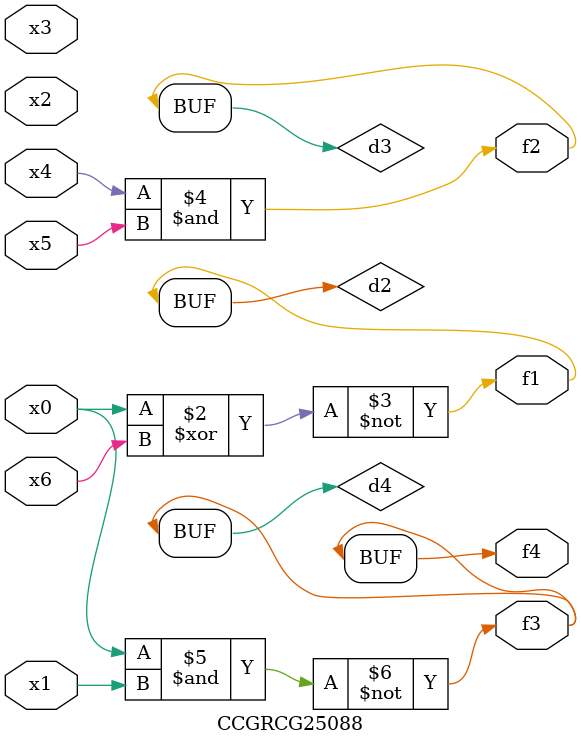
<source format=v>
module CCGRCG25088(
	input x0, x1, x2, x3, x4, x5, x6,
	output f1, f2, f3, f4
);

	wire d1, d2, d3, d4;

	nor (d1, x0);
	xnor (d2, x0, x6);
	and (d3, x4, x5);
	nand (d4, x0, x1);
	assign f1 = d2;
	assign f2 = d3;
	assign f3 = d4;
	assign f4 = d4;
endmodule

</source>
